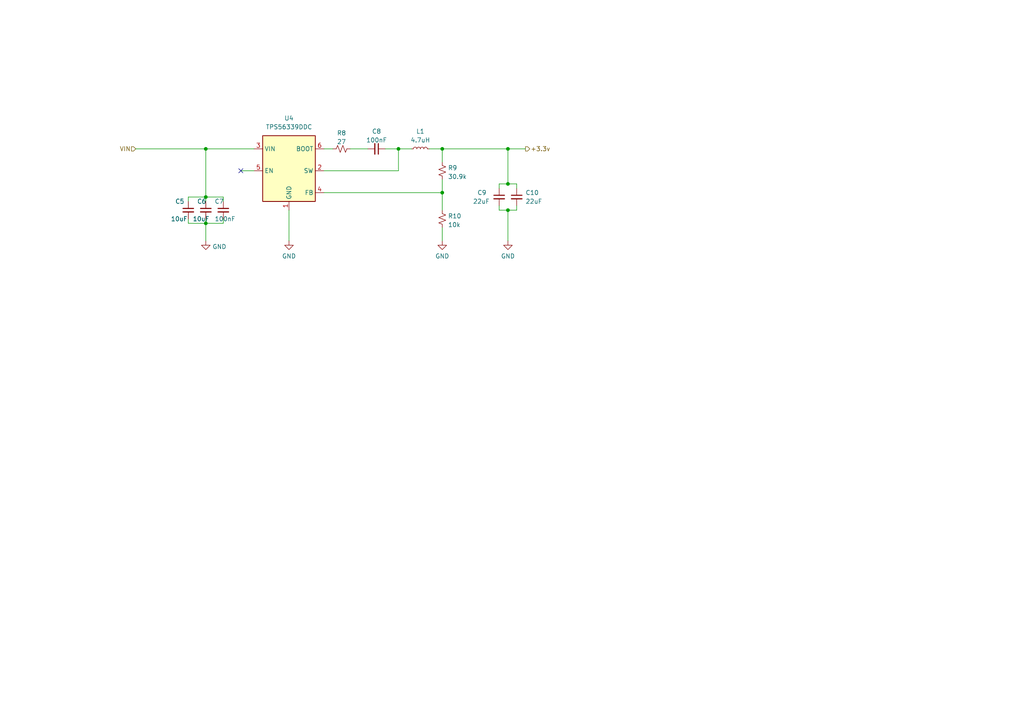
<source format=kicad_sch>
(kicad_sch (version 20211123) (generator eeschema)
  (paper "A4")
  (lib_symbols
    (symbol "Device:C_Small" (pin_numbers hide) (pin_names (offset 0.254) hide)
      (property "Reference" "C" (at 0.254 1.778 0))
      (property "Value" "C_Small" (at 0.254 -2.032 0))
      (symbol "C_Small_0_1"
        (polyline (pts (xy -1.524 -0.508) (xy 1.524 -0.508)) (stroke (width 0.3302)))
        (polyline (pts (xy -1.524 0.508) (xy 1.524 0.508)) (stroke (width 0.3048)))
      )
      (symbol "C_Small_1_1"
        (pin passive line (at 0 2.54 270) (length 2.032) (name "~") (number "1"))
        (pin passive line (at 0 -2.54 90) (length 2.032) (name "~") (number "2"))
      )
    )
    (symbol "Device:L_Small" (pin_numbers hide) (pin_names (offset 0.254) hide)
      (property "Reference" "L" (at 0.762 1.016 0))
      (property "Value" "L_Small" (at 0.762 -1.016 0))
      (symbol "L_Small_0_1"
        (arc (start 0 -2.032) (mid 0.508 -1.524) (end 0 -1.016))
        (arc (start 0 -1.016) (mid 0.508 -0.508) (end 0 0))
        (arc (start 0 0) (mid 0.508 0.508) (end 0 1.016))
        (arc (start 0 1.016) (mid 0.508 1.524) (end 0 2.032))
      )
      (symbol "L_Small_1_1"
        (pin passive line (at 0 2.54 270) (length 0.508) (name "~") (number "1"))
        (pin passive line (at 0 -2.54 90) (length 0.508) (name "~") (number "2"))
      )
    )
    (symbol "Device:R_Small_US" (pin_numbers hide) (pin_names (offset 0.254) hide)
      (property "Reference" "R" (at 0.762 0.508 0))
      (property "Value" "R_Small_US" (at 0.762 -1.016 0))
      (symbol "R_Small_US_1_1"
        (polyline (pts (xy 0 0) (xy 1.016 -0.381) (xy 0 -0.762) (xy -1.016 -1.143) (xy 0 -1.524)))
        (polyline (pts (xy 0 1.524) (xy 1.016 1.143) (xy 0 0.762) (xy -1.016 0.381) (xy 0 0)))
        (pin passive line (at 0 2.54 270) (length 1.016) (name "~") (number "1"))
        (pin passive line (at 0 -2.54 90) (length 1.016) (name "~") (number "2"))
      )
    )
    (symbol "Regulator_Switching:TPS56339DDC"
      (property "Reference" "U?" (at 0 8.7798 0))
      (property "Value" "TPS56339DDC" (at 0 6.2429 0))
      (symbol "TPS56339DDC_0_1"
        (rectangle (start -7.62 13.97) (end 7.62 -5.08) (stroke (width 0.254)) (fill (type background)))
      )
      (symbol "TPS56339DDC_1_1"
        (pin power_in line (at 0 -7.62 90) (length 2.54) (name "GND") (number "1"))
        (pin power_out line (at 10.16 3.81 180) (length 2.54) (name "SW") (number "2"))
        (pin power_in line (at -10.16 10.16 0) (length 2.54) (name "VIN") (number "3"))
        (pin input line (at 10.16 -2.54 180) (length 2.54) (name "FB") (number "4"))
        (pin input line (at -10.16 3.81 0) (length 2.54) (name "EN") (number "5"))
        (pin passive line (at 10.16 10.16 180) (length 2.54) (name "BOOT") (number "6"))
      )
    )
    (symbol "power:GND" (power) (pin_names (offset 0))
      (property "Value" "GND" (at 0 -3.81 0))
      (symbol "GND_0_1"
        (polyline (pts (xy 0 0) (xy 0 -1.27) (xy 1.27 -1.27) (xy 0 -2.54) (xy -1.27 -1.27) (xy 0 -1.27)))
      )
      (symbol "GND_1_1"
        (pin power_in line (at 0 0 270) (length 0) hide (name "GND") (number "1"))
      )
    )
  )
  (junction (at 115.57 43.18))
  (junction (at 59.69 64.77))
  (junction (at 128.27 55.88))
  (junction (at 147.32 60.96))
  (junction (at 59.69 43.18))
  (junction (at 147.32 43.18))
  (junction (at 147.32 53.34))
  (junction (at 59.69 57.15))
  (junction (at 128.27 43.18))
  (no_connect (at 69.85 49.53))
  (wire (pts (xy 144.78 54.61) (xy 144.78 53.34)))
  (wire (pts (xy 101.6 43.18) (xy 106.68 43.18)))
  (wire (pts (xy 64.77 57.15) (xy 59.69 57.15)))
  (wire (pts (xy 69.85 49.53) (xy 73.66 49.53)))
  (wire (pts (xy 83.82 60.96) (xy 83.82 69.85)))
  (wire (pts (xy 59.69 64.77) (xy 59.69 63.5)))
  (wire (pts (xy 111.76 43.18) (xy 115.57 43.18)))
  (wire (pts (xy 93.98 49.53) (xy 115.57 49.53)))
  (wire (pts (xy 128.27 66.04) (xy 128.27 69.85)))
  (wire (pts (xy 149.86 60.96) (xy 149.86 59.69)))
  (wire (pts (xy 124.46 43.18) (xy 128.27 43.18)))
  (wire (pts (xy 54.61 57.15) (xy 59.69 57.15)))
  (wire (pts (xy 93.98 55.88) (xy 128.27 55.88)))
  (wire (pts (xy 59.69 57.15) (xy 59.69 58.42)))
  (wire (pts (xy 149.86 53.34) (xy 149.86 54.61)))
  (wire (pts (xy 93.98 43.18) (xy 96.52 43.18)))
  (wire (pts (xy 115.57 43.18) (xy 119.38 43.18)))
  (wire (pts (xy 144.78 59.69) (xy 144.78 60.96)))
  (wire (pts (xy 144.78 60.96) (xy 147.32 60.96)))
  (wire (pts (xy 147.32 43.18) (xy 147.32 53.34)))
  (wire (pts (xy 147.32 60.96) (xy 149.86 60.96)))
  (wire (pts (xy 128.27 43.18) (xy 147.32 43.18)))
  (wire (pts (xy 64.77 64.77) (xy 59.69 64.77)))
  (wire (pts (xy 128.27 55.88) (xy 128.27 60.96)))
  (wire (pts (xy 54.61 63.5) (xy 54.61 64.77)))
  (wire (pts (xy 54.61 58.42) (xy 54.61 57.15)))
  (wire (pts (xy 147.32 53.34) (xy 149.86 53.34)))
  (wire (pts (xy 115.57 49.53) (xy 115.57 43.18)))
  (wire (pts (xy 64.77 58.42) (xy 64.77 57.15)))
  (wire (pts (xy 59.69 43.18) (xy 73.66 43.18)))
  (wire (pts (xy 64.77 63.5) (xy 64.77 64.77)))
  (wire (pts (xy 54.61 64.77) (xy 59.69 64.77)))
  (wire (pts (xy 128.27 43.18) (xy 128.27 46.99)))
  (wire (pts (xy 144.78 53.34) (xy 147.32 53.34)))
  (wire (pts (xy 147.32 43.18) (xy 152.4 43.18)))
  (wire (pts (xy 39.37 43.18) (xy 59.69 43.18)))
  (wire (pts (xy 147.32 60.96) (xy 147.32 69.85)))
  (wire (pts (xy 59.69 57.15) (xy 59.69 43.18)))
  (wire (pts (xy 128.27 52.07) (xy 128.27 55.88)))
  (wire (pts (xy 59.69 64.77) (xy 59.69 69.85)))
  (hierarchical_label "VIN" (shape input) (at 39.37 43.18 180))
  (hierarchical_label "+3.3v" (shape output) (at 152.4 43.18 0))
  (symbol (lib_id "Device:C_Small") (at 109.22 43.18 270) (unit 1)
    (property "Reference" "C8" (at 109.22 38.1 90))
    (property "Value" "100nF" (at 109.22 40.64 90))
    (property "Footprint" "Capacitor_SMD:C_0805_2012Metric_Pad1.18x1.45mm_HandSolder" (effects hide))
  )
  (symbol (lib_id "Device:R_Small_US") (at 128.27 49.53 0) (unit 1)
    (property "Reference" "R9" (at 129.921 48.6953 0) (effects (justify left)))
    (property "Value" "30.9k" (at 129.921 51.2322 0) (effects (justify left)))
    (property "Footprint" "Resistor_SMD:R_0805_2012Metric_Pad1.20x1.40mm_HandSolder" (effects hide))
  )
  (symbol (lib_id "power:GND") (at 128.27 69.85 0) (unit 1)
    (property "Reference" "#PWR032" (effects hide))
    (property "Value" "GND" (at 128.27 74.2934 0))
  )
  (symbol (lib_id "Device:C_Small") (at 54.61 60.96 0) (unit 1)
    (property "Reference" "C5" (at 50.8 58.42 0) (effects (justify left)))
    (property "Value" "10uF" (at 49.53 63.5 0) (effects (justify left)))
    (property "Footprint" "Capacitor_SMD:C_0805_2012Metric_Pad1.18x1.45mm_HandSolder" (effects hide))
  )
  (symbol (lib_id "Device:R_Small_US") (at 128.27 63.5 0) (unit 1)
    (property "Reference" "R10" (at 129.921 62.6653 0) (effects (justify left)))
    (property "Value" "10k" (at 129.921 65.2022 0) (effects (justify left)))
    (property "Footprint" "Resistor_SMD:R_0805_2012Metric_Pad1.20x1.40mm_HandSolder" (effects hide))
  )
  (symbol (lib_id "power:GND") (at 83.82 69.85 0) (unit 1)
    (property "Reference" "#PWR031" (effects hide))
    (property "Value" "GND" (at 83.82 74.2934 0))
  )
  (symbol (lib_id "power:GND") (at 59.69 69.85 0) (mirror y) (unit 1)
    (property "Reference" "#PWR030" (effects hide))
    (property "Value" "GND" (at 61.595 71.5538 0) (effects (justify right)))
  )
  (symbol (lib_id "Regulator_Switching:TPS56339DDC") (at 83.82 53.34 0) (unit 1)
    (property "Reference" "U4" (at 83.82 34.29 0))
    (property "Value" "TPS56339DDC" (at 83.82 36.83 0))
    (property "Footprint" "Package_TO_SOT_SMD:SOT-23-6" (effects hide))
    (property "Datasheet" "https://www.ti.com/lit/ds/symlink/tps56339.pdf" (effects hide))
  )
  (symbol (lib_id "Device:R_Small_US") (at 99.06 43.18 270) (unit 1)
    (property "Reference" "R8" (at 99.06 38.5912 90))
    (property "Value" "27" (at 99.06 41.1281 90))
    (property "Footprint" "Resistor_SMD:R_0805_2012Metric_Pad1.20x1.40mm_HandSolder" (effects hide))
  )
  (symbol (lib_id "Device:C_Small") (at 59.69 60.96 0) (unit 1)
    (property "Reference" "C6" (at 57.15 58.42 0) (effects (justify left)))
    (property "Value" "10uF" (at 55.88 63.5 0) (effects (justify left)))
    (property "Footprint" "Capacitor_SMD:C_0805_2012Metric_Pad1.18x1.45mm_HandSolder" (effects hide))
  )
  (symbol (lib_id "Device:C_Small") (at 149.86 57.15 0) (unit 1)
    (property "Reference" "C10" (at 152.4 55.88 0) (effects (justify left)))
    (property "Value" "22uF" (at 152.4 58.42 0) (effects (justify left)))
    (property "Footprint" "Capacitor_SMD:C_0805_2012Metric_Pad1.18x1.45mm_HandSolder" (effects hide))
  )
  (symbol (lib_id "Device:C_Small") (at 144.78 57.15 0) (unit 1)
    (property "Reference" "C9" (at 138.43 55.88 0) (effects (justify left)))
    (property "Value" "22uF" (at 137.16 58.42 0) (effects (justify left)))
    (property "Footprint" "Capacitor_SMD:C_0805_2012Metric_Pad1.18x1.45mm_HandSolder" (effects hide))
  )
  (symbol (lib_id "power:GND") (at 147.32 69.85 0) (unit 1)
    (property "Reference" "#PWR033" (effects hide))
    (property "Value" "GND" (at 147.32 74.2934 0))
  )
  (symbol (lib_id "Device:L_Small") (at 121.92 43.18 90) (unit 1)
    (property "Reference" "L1" (at 121.92 38.1 90))
    (property "Value" "4.7uH" (at 121.92 40.64 90))
    (property "Footprint" "Inductor_SMD:L_0805_2012Metric_Pad1.15x1.40mm_HandSolder" (effects hide))
  )
  (symbol (lib_id "Device:C_Small") (at 64.77 60.96 0) (unit 1)
    (property "Reference" "C7" (at 62.23 58.42 0) (effects (justify left)))
    (property "Value" "100nF" (at 62.23 63.5 0) (effects (justify left)))
    (property "Footprint" "Capacitor_SMD:C_0805_2012Metric_Pad1.18x1.45mm_HandSolder" (effects hide))
  )
)
</source>
